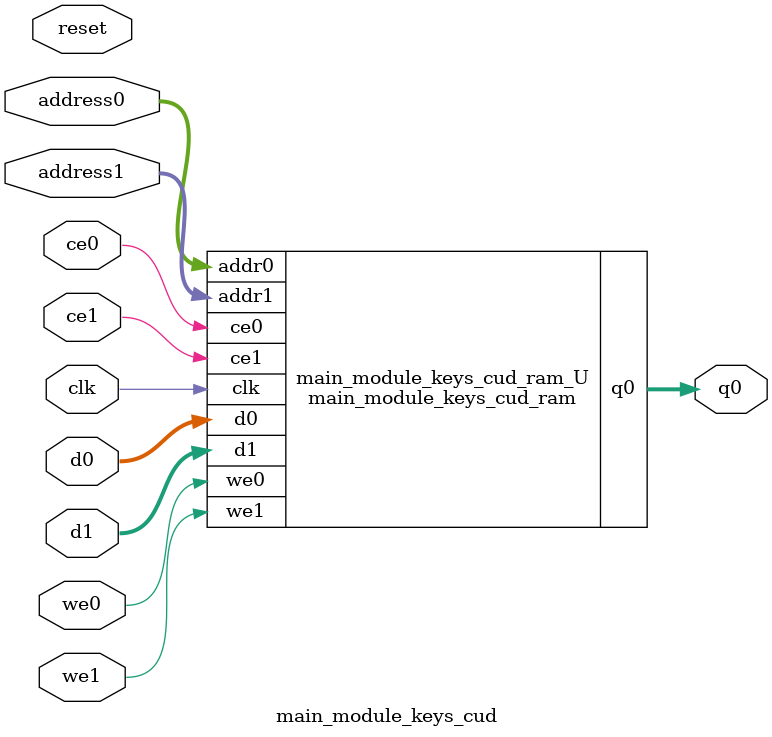
<source format=v>

`timescale 1 ns / 1 ps
module main_module_keys_cud_ram (addr0, ce0, d0, we0, q0, addr1, ce1, d1, we1,  clk);

parameter DWIDTH = 32;
parameter AWIDTH = 2;
parameter MEM_SIZE = 4;

input[AWIDTH-1:0] addr0;
input ce0;
input[DWIDTH-1:0] d0;
input we0;
output reg[DWIDTH-1:0] q0;
input[AWIDTH-1:0] addr1;
input ce1;
input[DWIDTH-1:0] d1;
input we1;
input clk;

(* ram_style = "block" *)reg [DWIDTH-1:0] ram[0:MEM_SIZE-1];




always @(posedge clk)  
begin 
    if (ce0) 
    begin
        if (we0) 
        begin 
            ram[addr0] <= d0; 
            q0 <= d0;
        end 
        else 
            q0 <= ram[addr0];
    end
end


always @(posedge clk)  
begin 
    if (ce1) 
    begin
        if (we1) 
        begin 
            ram[addr1] <= d1; 
        end 
    end
end


endmodule


`timescale 1 ns / 1 ps
module main_module_keys_cud(
    reset,
    clk,
    address0,
    ce0,
    we0,
    d0,
    q0,
    address1,
    ce1,
    we1,
    d1);

parameter DataWidth = 32'd32;
parameter AddressRange = 32'd4;
parameter AddressWidth = 32'd2;
input reset;
input clk;
input[AddressWidth - 1:0] address0;
input ce0;
input we0;
input[DataWidth - 1:0] d0;
output[DataWidth - 1:0] q0;
input[AddressWidth - 1:0] address1;
input ce1;
input we1;
input[DataWidth - 1:0] d1;



main_module_keys_cud_ram main_module_keys_cud_ram_U(
    .clk( clk ),
    .addr0( address0 ),
    .ce0( ce0 ),
    .we0( we0 ),
    .d0( d0 ),
    .q0( q0 ),
    .addr1( address1 ),
    .ce1( ce1 ),
    .we1( we1 ),
    .d1( d1 ));

endmodule


</source>
